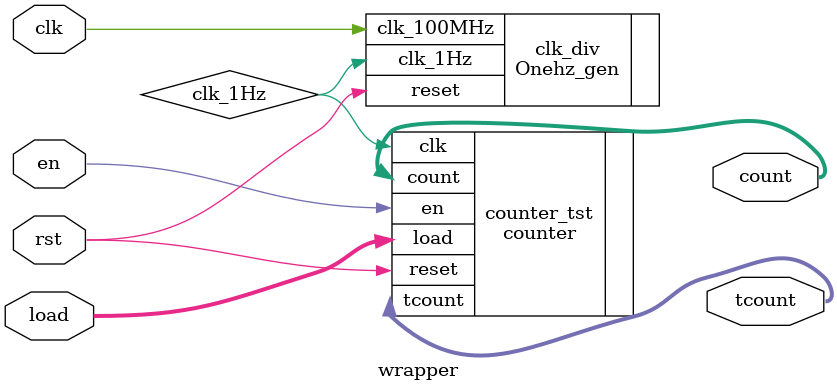
<source format=v>
`timescale 1ns / 1ps


module wrapper(input clk, rst, en, input [7:0] load, output [7:0] count, output [1:0] tcount);
    
    Onehz_gen clk_div(.clk_100MHz(clk), .reset(rst), .clk_1Hz(clk_1Hz));
    counter counter_tst(.reset(rst), .clk(clk_1Hz), .en(en), .load(load), .count(count), .tcount(tcount));
    
    
endmodule

</source>
